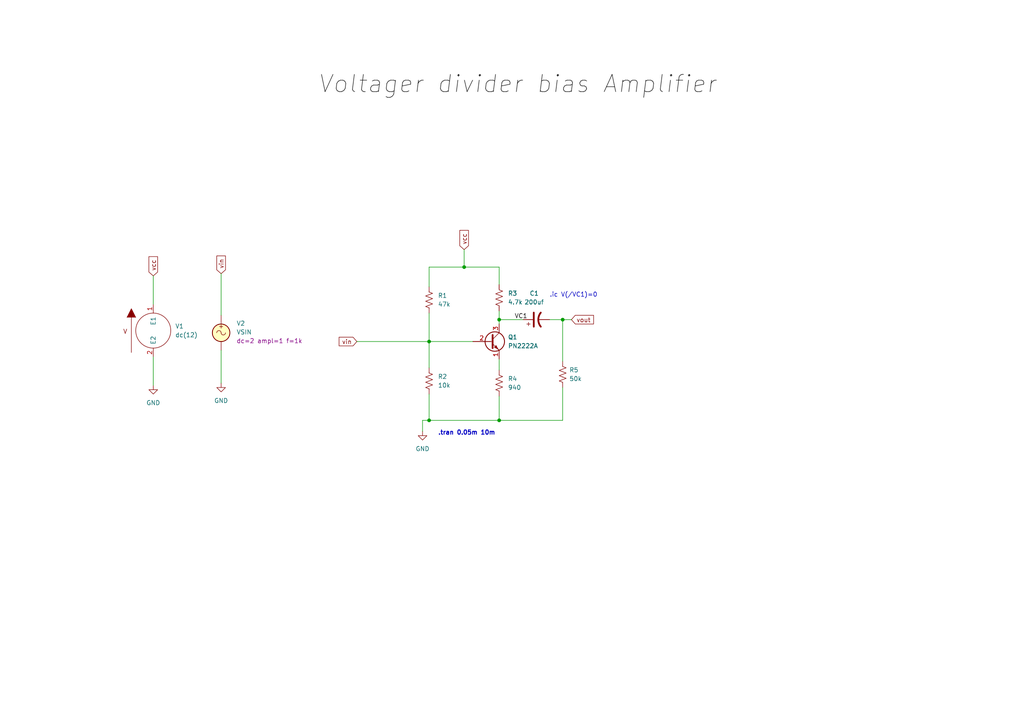
<source format=kicad_sch>
(kicad_sch (version 20211123) (generator eeschema)
  (paper "A4")
  (lib_symbols
    (symbol "Device:C_Polarized_US" (pin_numbers hide) (pin_names (offset 0.254) hide)
      (property "Reference" "C" (at 0.635 2.54 0))
      (property "Value" "C_Polarized_US" (at 0.635 -2.54 0))
      (symbol "C_Polarized_US_0_1"
        (polyline (pts (xy -2.032 0.762) (xy 2.032 0.762)) (stroke (width 0.508)))
        (polyline (pts (xy -1.778 2.286) (xy -0.762 2.286)))
        (polyline (pts (xy -1.27 1.778) (xy -1.27 2.794)))
        (arc (start 2.032 -1.27) (mid 0 -0.5572) (end -2.032 -1.27) (stroke (width 0.508)))
      )
      (symbol "C_Polarized_US_1_1"
        (pin passive line (at 0 3.81 270) (length 2.794) (name "~") (number "1"))
        (pin passive line (at 0 -3.81 90) (length 3.302) (name "~") (number "2"))
      )
    )
    (symbol "Device:R_US" (pin_numbers hide) (pin_names (offset 0))
      (property "Reference" "R" (at 2.54 0 90))
      (property "Value" "R_US" (at -2.54 0 90))
      (symbol "R_US_0_1"
        (polyline (pts (xy 0 -2.286) (xy 0 -2.54)))
        (polyline (pts (xy 0 2.286) (xy 0 2.54)))
        (polyline (pts (xy 0 -0.762) (xy 1.016 -1.143) (xy 0 -1.524) (xy -1.016 -1.905) (xy 0 -2.286)))
        (polyline (pts (xy 0 0.762) (xy 1.016 0.381) (xy 0 0) (xy -1.016 -0.381) (xy 0 -0.762)))
        (polyline (pts (xy 0 2.286) (xy 1.016 1.905) (xy 0 1.524) (xy -1.016 1.143) (xy 0 0.762)))
      )
      (symbol "R_US_1_1"
        (pin passive line (at 0 3.81 270) (length 1.27) (name "~") (number "1"))
        (pin passive line (at 0 -3.81 90) (length 1.27) (name "~") (number "2"))
      )
    )
    (symbol "Simulation_SPICE:VSIN" (pin_numbers hide) (pin_names (offset 0.0254))
      (property "Reference" "V" (at 2.54 2.54 0))
      (property "Value" "VSIN" (at 2.54 0 0))
      (property "Spice_Model" "sin(0 1 1k)" (at 2.54 -2.54 0))
      (symbol "VSIN_0_0"
        (arc (start 0 0) (mid -0.635 0.635) (end -1.27 0))
        (arc (start 0 0) (mid 0.635 -0.635) (end 1.27 0))
        (text "+" (at 0 1.905 0) (effects (font (size 1.27 1.27))))
      )
      (symbol "VSIN_0_1"
        (circle (center 0 0) (radius 2.54) (stroke (width 0.254)) (fill (type background)))
      )
      (symbol "VSIN_1_1"
        (pin passive line (at 0 5.08 270) (length 2.54) (name "~") (number "1"))
        (pin passive line (at 0 -5.08 90) (length 2.54) (name "~") (number "2"))
      )
    )
    (symbol "Transistor_BJT:PN2222A" (pin_names (offset 0) hide)
      (property "Reference" "Q" (at 5.08 1.905 0))
      (property "Value" "PN2222A" (at 5.08 0 0))
      (symbol "PN2222A_0_1"
        (polyline (pts (xy 0 0) (xy 0.635 0)))
        (polyline (pts (xy 2.54 -2.54) (xy 0.635 -0.635)))
        (polyline (pts (xy 2.54 2.54) (xy 0.635 0.635)))
        (polyline (pts (xy 0.635 1.905) (xy 0.635 -1.905) (xy 0.635 -1.905)) (stroke (width 0.508)))
        (polyline (pts (xy 2.413 -2.413) (xy 1.905 -1.905) (xy 1.905 -1.905)))
        (polyline (pts (xy 1.143 -1.651) (xy 1.651 -1.143) (xy 2.159 -2.159) (xy 1.143 -1.651) (xy 1.143 -1.651)) (fill (type outline)))
        (circle (center 1.27 0) (radius 2.8194) (stroke (width 0.254)))
      )
      (symbol "PN2222A_1_1"
        (pin passive line (at 2.54 -5.08 90) (length 2.54) (name "E") (number "1"))
        (pin input line (at -5.08 0 0) (length 5.08) (name "B") (number "2"))
        (pin passive line (at 2.54 5.08 270) (length 2.54) (name "C") (number "3"))
      )
    )
    (symbol "power:GND" (power) (pin_names (offset 0))
      (property "Value" "GND" (at 0 -3.81 0))
      (symbol "GND_0_1"
        (polyline (pts (xy 0 0) (xy 0 -1.27) (xy 1.27 -1.27) (xy 0 -2.54) (xy -1.27 -1.27) (xy 0 -1.27)))
      )
      (symbol "GND_1_1"
        (pin power_in line (at 0 0 270) (length 0) hide (name "GND") (number "1"))
      )
    )
    (symbol "pspice:VSOURCE" (pin_names (offset 1.016))
      (property "Reference" "V" (at -6.35 7.62 0))
      (property "Value" "VSOURCE" (at 0 0 0))
      (symbol "VSOURCE_0_1"
        (polyline (pts (xy -6.35 -6.35) (xy -6.35 3.81)) (fill (type outline)))
        (polyline (pts (xy -7.62 3.81) (xy -6.35 6.35) (xy -5.08 3.81)) (fill (type outline)))
        (circle (center 0 0) (radius 5.08))
        (text "V" (at -8.128 -0.254 0) (effects (font (size 1.27 1.27))))
      )
      (symbol "VSOURCE_1_1"
        (pin input line (at 0 7.62 270) (length 2.54) (name "E1") (number "1"))
        (pin input line (at 0 -7.62 90) (length 2.54) (name "E2") (number "2"))
      )
    )
  )
  (junction (at 124.46 121.92))
  (junction (at 144.78 121.92))
  (junction (at 144.78 92.71))
  (junction (at 124.46 99.06))
  (junction (at 134.62 77.47))
  (junction (at 163.195 92.71))
  (wire (pts (xy 144.78 92.71) (xy 144.78 93.98)))
  (wire (pts (xy 144.78 90.17) (xy 144.78 92.71)))
  (wire (pts (xy 144.78 77.47) (xy 144.78 82.55)))
  (wire (pts (xy 144.78 92.71) (xy 151.765 92.71)))
  (wire (pts (xy 163.195 112.395) (xy 163.195 121.92)))
  (wire (pts (xy 144.78 121.92) (xy 163.195 121.92)))
  (wire (pts (xy 159.385 92.71) (xy 163.195 92.71)))
  (wire (pts (xy 134.62 77.47) (xy 144.78 77.47)))
  (wire (pts (xy 163.195 104.775) (xy 163.195 92.71)))
  (wire (pts (xy 124.46 99.06) (xy 137.16 99.06)))
  (wire (pts (xy 144.78 104.14) (xy 144.78 107.315)))
  (wire (pts (xy 134.62 72.39) (xy 134.62 77.47)))
  (wire (pts (xy 124.46 121.92) (xy 144.78 121.92)))
  (wire (pts (xy 163.195 92.71) (xy 165.735 92.71)))
  (wire (pts (xy 124.46 99.06) (xy 124.46 106.68)))
  (wire (pts (xy 103.505 99.06) (xy 124.46 99.06)))
  (wire (pts (xy 64.135 101.6) (xy 64.135 111.125)))
  (wire (pts (xy 122.555 121.92) (xy 124.46 121.92)))
  (wire (pts (xy 124.46 90.805) (xy 124.46 99.06)))
  (wire (pts (xy 124.46 114.3) (xy 124.46 121.92)))
  (wire (pts (xy 44.45 103.505) (xy 44.45 111.76)))
  (wire (pts (xy 144.78 114.935) (xy 144.78 121.92)))
  (wire (pts (xy 124.46 83.185) (xy 124.46 77.47)))
  (wire (pts (xy 64.135 79.375) (xy 64.135 91.44)))
  (wire (pts (xy 44.45 80.01) (xy 44.45 88.265)))
  (wire (pts (xy 122.555 125.095) (xy 122.555 121.92)))
  (wire (pts (xy 124.46 77.47) (xy 134.62 77.47)))
  (text ".ic V(/VC1)=0" (at 159.385 86.36 0) (effects (font (size 1.27 1.27)) (justify left bottom)))
  (text ".tran 0.05m 10m" (at 127 126.365 0) (effects (font (size 1.27 1.27) bold) (justify left bottom)))
  (label "VC1" (at 149.225 92.71 0))
  (label "Voltager divider bias Amplifier" (at 92.075 28.575 0) (effects (font (size 5 5) italic)))
  (global_label "vin" (shape input) (at 64.135 79.375 90) (property "Intersheet References" "${INTERSHEET_REFS}" (effects hide)))
  (global_label "vcc" (shape input) (at 44.45 80.01 90) (property "Intersheet References" "${INTERSHEET_REFS}" (effects hide)))
  (global_label "vin" (shape input) (at 103.505 99.06 180) (property "Intersheet References" "${INTERSHEET_REFS}" (effects hide)))
  (global_label "vcc" (shape input) (at 134.62 72.39 90) (property "Intersheet References" "${INTERSHEET_REFS}" (effects hide)))
  (global_label "vout" (shape input) (at 165.735 92.71 0) (property "Intersheet References" "${INTERSHEET_REFS}" (effects hide)))
  (symbol (lib_id "Simulation_SPICE:VSIN") (at 64.135 96.52 0) (unit 1)
    (property "Reference" "V2" (at 68.58 93.7901 0) (effects (justify left)))
    (property "Value" "VSIN" (at 68.58 96.3301 0) (effects (justify left)))
    (property "Spice_Netlist_Enabled" "Y" (effects hide))
    (property "Spice_Primitive" "V" (effects hide))
    (property "Spice_Model" "sin(2 1 1k)" (at 68.58 98.8701 0) (effects (justify left)))
  )
  (symbol (lib_id "Device:R_US") (at 144.78 111.125 0) (unit 1)
    (property "Reference" "R4" (at 147.32 109.8549 0) (effects (justify left)))
    (property "Value" "940" (at 147.32 112.3949 0) (effects (justify left)))
  )
  (symbol (lib_id "power:GND") (at 64.135 111.125 0) (unit 1)
    (property "Reference" "#PWR02" (effects hide))
    (property "Value" "GND" (at 64.135 116.205 0))
  )
  (symbol (lib_id "power:GND") (at 44.45 111.76 0) (unit 1)
    (property "Reference" "#PWR01" (effects hide))
    (property "Value" "GND" (at 44.45 116.84 0))
  )
  (symbol (lib_id "Device:R_US") (at 144.78 86.36 0) (unit 1)
    (property "Reference" "R3" (at 147.32 85.0899 0) (effects (justify left)))
    (property "Value" "4.7k" (at 147.32 87.6299 0) (effects (justify left)))
  )
  (symbol (lib_id "Device:R_US") (at 124.46 86.995 0) (unit 1)
    (property "Reference" "R1" (at 127 85.7249 0) (effects (justify left)))
    (property "Value" "47k" (at 127 88.2649 0) (effects (justify left)))
  )
  (symbol (lib_id "pspice:VSOURCE") (at 44.45 95.885 0) (unit 1)
    (property "Reference" "V1" (at 50.8 94.6149 0) (effects (justify left)))
    (property "Value" "dc(12)" (at 50.8 97.1549 0) (effects (justify left)))
  )
  (symbol (lib_id "Device:C_Polarized_US") (at 155.575 92.71 90) (unit 1)
    (property "Reference" "C1" (at 154.94 85.09 90))
    (property "Value" "200uf" (at 154.94 87.63 90))
  )
  (symbol (lib_id "Transistor_BJT:PN2222A") (at 142.24 99.06 0) (unit 1)
    (property "Reference" "Q1" (at 147.32 97.7899 0) (effects (justify left)))
    (property "Value" "PN2222A" (at 147.32 100.3299 0) (effects (justify left)))
    (property "Footprint" "Package_TO_SOT_THT:TO-92_Inline" (effects hide))
    (property "Datasheet" "https://www.onsemi.com/pub/Collateral/PN2222-D.PDF" (effects hide))
    (property "Spice_Primitive" "Q" (effects hide))
    (property "Spice_Model" "PN2222A" (effects hide))
    (property "Spice_Netlist_Enabled" "Y" (effects hide))
    (property "Spice_Lib_File" "PN2222A.lib" (effects hide))
  )
  (symbol (lib_id "Device:R_US") (at 163.195 108.585 0) (unit 1)
    (property "Reference" "R5" (at 165.1 107.3149 0) (effects (justify left)))
    (property "Value" "50k" (at 165.1 109.8549 0) (effects (justify left)))
  )
  (symbol (lib_id "power:GND") (at 122.555 125.095 0) (unit 1)
    (property "Reference" "#PWR03" (effects hide))
    (property "Value" "GND" (at 122.555 130.175 0))
  )
  (symbol (lib_id "Device:R_US") (at 124.46 110.49 0) (unit 1)
    (property "Reference" "R2" (at 127 109.2199 0) (effects (justify left)))
    (property "Value" "10k" (at 127 111.7599 0) (effects (justify left)))
  )
)
</source>
